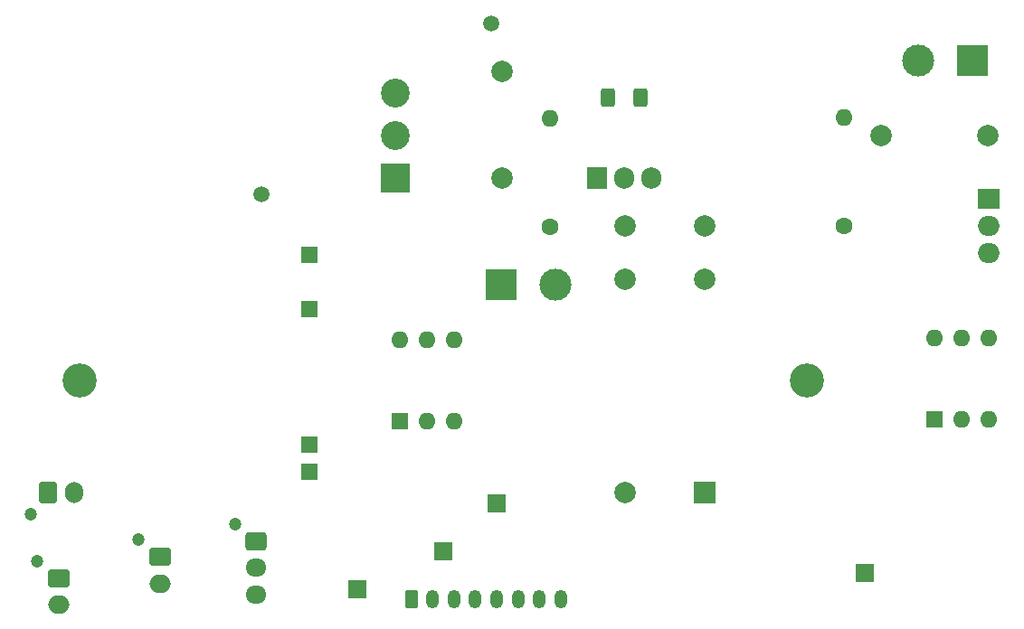
<source format=gbs>
G04 #@! TF.GenerationSoftware,KiCad,Pcbnew,8.0.4*
G04 #@! TF.CreationDate,2025-01-01T16:22:17-06:00*
G04 #@! TF.ProjectId,HVBoard,4856426f-6172-4642-9e6b-696361645f70,rev?*
G04 #@! TF.SameCoordinates,Original*
G04 #@! TF.FileFunction,Soldermask,Bot*
G04 #@! TF.FilePolarity,Negative*
%FSLAX46Y46*%
G04 Gerber Fmt 4.6, Leading zero omitted, Abs format (unit mm)*
G04 Created by KiCad (PCBNEW 8.0.4) date 2025-01-01 16:22:17*
%MOMM*%
%LPD*%
G01*
G04 APERTURE LIST*
G04 Aperture macros list*
%AMRoundRect*
0 Rectangle with rounded corners*
0 $1 Rounding radius*
0 $2 $3 $4 $5 $6 $7 $8 $9 X,Y pos of 4 corners*
0 Add a 4 corners polygon primitive as box body*
4,1,4,$2,$3,$4,$5,$6,$7,$8,$9,$2,$3,0*
0 Add four circle primitives for the rounded corners*
1,1,$1+$1,$2,$3*
1,1,$1+$1,$4,$5*
1,1,$1+$1,$6,$7*
1,1,$1+$1,$8,$9*
0 Add four rect primitives between the rounded corners*
20,1,$1+$1,$2,$3,$4,$5,0*
20,1,$1+$1,$4,$5,$6,$7,0*
20,1,$1+$1,$6,$7,$8,$9,0*
20,1,$1+$1,$8,$9,$2,$3,0*%
G04 Aperture macros list end*
%ADD10C,1.500000*%
%ADD11C,3.200000*%
%ADD12R,3.000000X3.000000*%
%ADD13C,3.000000*%
%ADD14R,2.000000X1.905000*%
%ADD15O,2.000000X1.905000*%
%ADD16R,1.600000X1.600000*%
%ADD17O,1.600000X1.600000*%
%ADD18R,1.700000X1.700000*%
%ADD19C,1.600000*%
%ADD20C,1.200000*%
%ADD21RoundRect,0.250000X-0.750000X0.600000X-0.750000X-0.600000X0.750000X-0.600000X0.750000X0.600000X0*%
%ADD22O,2.000000X1.700000*%
%ADD23R,2.700000X2.700000*%
%ADD24C,2.700000*%
%ADD25RoundRect,0.250000X-0.600000X-0.750000X0.600000X-0.750000X0.600000X0.750000X-0.600000X0.750000X0*%
%ADD26O,1.700000X2.000000*%
%ADD27RoundRect,0.250000X-0.725000X0.600000X-0.725000X-0.600000X0.725000X-0.600000X0.725000X0.600000X0*%
%ADD28O,1.950000X1.700000*%
%ADD29C,2.000000*%
%ADD30R,2.000000X2.000000*%
%ADD31R,1.905000X2.000000*%
%ADD32O,1.905000X2.000000*%
%ADD33RoundRect,0.250000X-0.350000X-0.625000X0.350000X-0.625000X0.350000X0.625000X-0.350000X0.625000X0*%
%ADD34O,1.200000X1.750000*%
%ADD35RoundRect,0.250000X0.400000X0.625000X-0.400000X0.625000X-0.400000X-0.625000X0.400000X-0.625000X0*%
%ADD36R,1.524000X1.524000*%
G04 APERTURE END LIST*
D10*
G04 #@! TO.C,H2*
X61500000Y-13500000D03*
G04 #@! TD*
G04 #@! TO.C,H1*
X40000000Y-29500000D03*
G04 #@! TD*
D11*
G04 #@! TO.C,H6*
X91000000Y-47000000D03*
G04 #@! TD*
G04 #@! TO.C,H5*
X23000000Y-47000000D03*
G04 #@! TD*
D12*
G04 #@! TO.C,J7*
X62420000Y-38000000D03*
D13*
X67500000Y-38000000D03*
G04 #@! TD*
D14*
G04 #@! TO.C,Q5*
X108055000Y-29960000D03*
D15*
X108055000Y-32500000D03*
X108055000Y-35040000D03*
G04 #@! TD*
D16*
G04 #@! TO.C,U2*
X52920000Y-50800000D03*
D17*
X55460000Y-50800000D03*
X58000000Y-50800000D03*
X58000000Y-43180000D03*
X55460000Y-43180000D03*
X52920000Y-43180000D03*
G04 #@! TD*
D18*
G04 #@! TO.C,TP3*
X96500000Y-65000000D03*
G04 #@! TD*
D19*
G04 #@! TO.C,R8*
X67000000Y-32580000D03*
D17*
X67000000Y-22420000D03*
G04 #@! TD*
D20*
G04 #@! TO.C,J5*
X28500000Y-61900000D03*
D21*
X30500000Y-63500000D03*
D22*
X30500000Y-66000000D03*
G04 #@! TD*
D23*
G04 #@! TO.C,J3*
X52500000Y-28000000D03*
D24*
X52500000Y-24040000D03*
X52500000Y-20080000D03*
G04 #@! TD*
D20*
G04 #@! TO.C,J9*
X19000000Y-63900000D03*
D21*
X21000000Y-65500000D03*
D22*
X21000000Y-68000000D03*
G04 #@! TD*
D12*
G04 #@! TO.C,J8*
X106500000Y-17000000D03*
D13*
X101420000Y-17000000D03*
G04 #@! TD*
D20*
G04 #@! TO.C,J4*
X18400000Y-59500000D03*
D25*
X20000000Y-57500000D03*
D26*
X22500000Y-57500000D03*
G04 #@! TD*
D16*
G04 #@! TO.C,U3*
X102960000Y-50620000D03*
D17*
X105500000Y-50620000D03*
X108040000Y-50620000D03*
X108040000Y-43000000D03*
X105500000Y-43000000D03*
X102960000Y-43000000D03*
G04 #@! TD*
D20*
G04 #@! TO.C,J6*
X37500000Y-60400000D03*
D27*
X39500000Y-62000000D03*
D28*
X39500000Y-64500000D03*
X39500000Y-67000000D03*
G04 #@! TD*
D19*
G04 #@! TO.C,R13*
X94500000Y-32500000D03*
D17*
X94500000Y-22340000D03*
G04 #@! TD*
D18*
G04 #@! TO.C,TP6*
X49000000Y-66500000D03*
G04 #@! TD*
D29*
G04 #@! TO.C,K1*
X81500000Y-37500000D03*
X74000000Y-37500000D03*
X81500000Y-32500000D03*
X74000000Y-32500000D03*
D30*
X81500000Y-57500000D03*
D29*
X74000000Y-57500000D03*
G04 #@! TD*
D31*
G04 #@! TO.C,Q3*
X71420000Y-28000000D03*
D32*
X73960000Y-28000000D03*
X76500000Y-28000000D03*
G04 #@! TD*
D29*
G04 #@! TO.C,C3*
X62500000Y-18000000D03*
X62500000Y-28000000D03*
G04 #@! TD*
D18*
G04 #@! TO.C,TP2*
X62000000Y-58500000D03*
G04 #@! TD*
D33*
G04 #@! TO.C,J2*
X54000000Y-67500000D03*
D34*
X56000000Y-67500000D03*
X58000000Y-67500000D03*
X60000000Y-67500000D03*
X62000000Y-67500000D03*
X64000000Y-67500000D03*
X66000000Y-67500000D03*
X68000000Y-67500000D03*
G04 #@! TD*
D18*
G04 #@! TO.C,TP1*
X57000000Y-63000000D03*
G04 #@! TD*
D29*
G04 #@! TO.C,C1*
X98000000Y-24000000D03*
X108000000Y-24000000D03*
G04 #@! TD*
D35*
G04 #@! TO.C,R9*
X75500000Y-20500000D03*
X72400000Y-20500000D03*
G04 #@! TD*
D36*
G04 #@! TO.C,U4*
X44500000Y-35220000D03*
X44500000Y-40300000D03*
X44500000Y-53000000D03*
X44500000Y-55540000D03*
G04 #@! TD*
M02*

</source>
